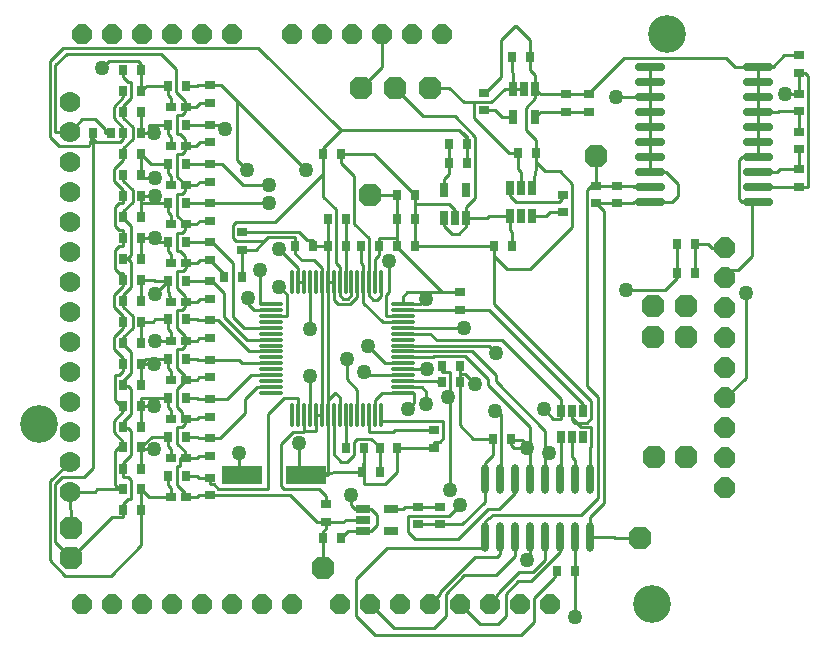
<source format=gtl>
%FSLAX44Y44*%
%MOMM*%
G71*
G01*
G75*
G04 Layer_Physical_Order=1*
G04 Layer_Color=255*
%ADD10R,0.9000X0.7000*%
%ADD11O,0.3000X2.1000*%
%ADD12O,2.1000X0.3000*%
%ADD13R,0.6500X1.0500*%
%ADD14R,0.7000X1.3000*%
%ADD15R,1.3000X0.7000*%
%ADD16O,0.7000X2.5000*%
%ADD17O,2.6000X0.7000*%
%ADD18R,0.7000X0.9000*%
%ADD19R,0.9000X0.7000*%
%ADD20R,3.5052X1.6002*%
%ADD21C,0.2540*%
%ADD22C,1.7780*%
%ADD23P,1.8145X8X202.5*%
%ADD24C,3.2004*%
%ADD25P,2.0895X8X112.5*%
%ADD26P,1.9245X8X202.5*%
%ADD27P,2.0895X8X22.5*%
%ADD28C,1.2700*%
D10*
X458107Y468958D02*
D03*
Y453958D02*
D03*
Y801190D02*
D03*
Y786190D02*
D03*
Y734642D02*
D03*
Y719642D02*
D03*
Y767916D02*
D03*
Y752916D02*
D03*
Y701368D02*
D03*
Y686368D02*
D03*
Y668348D02*
D03*
Y653348D02*
D03*
Y635328D02*
D03*
Y620328D02*
D03*
X669290Y610990D02*
D03*
Y625990D02*
D03*
X956310Y746880D02*
D03*
Y761880D02*
D03*
Y715130D02*
D03*
Y730130D02*
D03*
X485140Y661790D02*
D03*
Y676790D02*
D03*
X556135Y446793D02*
D03*
Y431793D02*
D03*
X458107Y602054D02*
D03*
Y587054D02*
D03*
Y568780D02*
D03*
Y553780D02*
D03*
Y535506D02*
D03*
Y520506D02*
D03*
Y502232D02*
D03*
Y487232D02*
D03*
X647700Y509150D02*
D03*
Y494150D02*
D03*
X633730Y429380D02*
D03*
Y444380D02*
D03*
X652780Y429380D02*
D03*
Y444380D02*
D03*
X784860Y716160D02*
D03*
Y701160D02*
D03*
X689610Y779900D02*
D03*
Y794900D02*
D03*
X802640Y716160D02*
D03*
Y701160D02*
D03*
X956310Y779054D02*
D03*
Y794053D02*
D03*
Y826650D02*
D03*
Y811650D02*
D03*
X756920Y708540D02*
D03*
Y693540D02*
D03*
X778510Y793630D02*
D03*
Y778630D02*
D03*
X759460Y793630D02*
D03*
Y778630D02*
D03*
D11*
X527650Y634320D02*
D03*
X532650D02*
D03*
X537650D02*
D03*
X542650D02*
D03*
X547650D02*
D03*
X552650D02*
D03*
X557650D02*
D03*
X562650D02*
D03*
X567650D02*
D03*
X572650D02*
D03*
X577650D02*
D03*
X582650D02*
D03*
X587650D02*
D03*
X592650D02*
D03*
X597650D02*
D03*
X602650D02*
D03*
Y522320D02*
D03*
X597650D02*
D03*
X592650D02*
D03*
X587650D02*
D03*
X582650D02*
D03*
X577650D02*
D03*
X572650D02*
D03*
X567650D02*
D03*
X562650D02*
D03*
X557650D02*
D03*
X552650D02*
D03*
X547650D02*
D03*
X542650D02*
D03*
X537650D02*
D03*
X532650D02*
D03*
X527650D02*
D03*
D12*
X621150Y615820D02*
D03*
Y610820D02*
D03*
Y605820D02*
D03*
Y600820D02*
D03*
Y595820D02*
D03*
Y590820D02*
D03*
Y585820D02*
D03*
Y580820D02*
D03*
Y575820D02*
D03*
Y570820D02*
D03*
Y565820D02*
D03*
Y560820D02*
D03*
Y555820D02*
D03*
Y550820D02*
D03*
Y545820D02*
D03*
Y540820D02*
D03*
X509150D02*
D03*
Y545820D02*
D03*
Y550820D02*
D03*
Y555820D02*
D03*
Y560820D02*
D03*
Y565820D02*
D03*
Y570820D02*
D03*
Y575820D02*
D03*
Y580820D02*
D03*
Y585820D02*
D03*
Y590820D02*
D03*
Y595820D02*
D03*
Y600820D02*
D03*
Y605820D02*
D03*
Y610820D02*
D03*
Y615820D02*
D03*
D13*
X774040Y525600D02*
D03*
X764540D02*
D03*
X755040D02*
D03*
Y503100D02*
D03*
X764540D02*
D03*
X774040D02*
D03*
D14*
X655980Y688930D02*
D03*
X665480D02*
D03*
X674980D02*
D03*
Y712930D02*
D03*
X655980D02*
D03*
X733400Y798130D02*
D03*
X723900D02*
D03*
X714400D02*
D03*
Y774130D02*
D03*
X733400D02*
D03*
X730860Y714310D02*
D03*
X721360D02*
D03*
X711860D02*
D03*
Y690310D02*
D03*
X721360D02*
D03*
X730860D02*
D03*
D15*
X587440Y442570D02*
D03*
Y433070D02*
D03*
Y423570D02*
D03*
X611440D02*
D03*
Y442570D02*
D03*
D16*
X779780Y467730D02*
D03*
X767080D02*
D03*
X754380D02*
D03*
X741680D02*
D03*
X728980D02*
D03*
X716280D02*
D03*
X703580D02*
D03*
X690880D02*
D03*
X779780Y418730D02*
D03*
X767080D02*
D03*
X754380D02*
D03*
X741680D02*
D03*
X728980D02*
D03*
X716280D02*
D03*
X703580D02*
D03*
X690880D02*
D03*
D17*
X830300Y816610D02*
D03*
Y803910D02*
D03*
Y791210D02*
D03*
Y778510D02*
D03*
Y765810D02*
D03*
Y753110D02*
D03*
Y740410D02*
D03*
Y727710D02*
D03*
Y715010D02*
D03*
Y702310D02*
D03*
X922300Y816610D02*
D03*
Y803910D02*
D03*
Y791210D02*
D03*
Y778510D02*
D03*
Y765810D02*
D03*
Y753110D02*
D03*
Y740410D02*
D03*
Y727710D02*
D03*
Y715010D02*
D03*
Y702310D02*
D03*
D18*
X437192Y800772D02*
D03*
X422192D02*
D03*
X437192Y734644D02*
D03*
X422192D02*
D03*
X437192Y767708D02*
D03*
X422192D02*
D03*
X437192Y701580D02*
D03*
X422192D02*
D03*
X437192Y668516D02*
D03*
X422192D02*
D03*
X437192Y635706D02*
D03*
X422192D02*
D03*
X437192Y602896D02*
D03*
X422192D02*
D03*
X437192Y569832D02*
D03*
X422192D02*
D03*
X437192Y536768D02*
D03*
X422192D02*
D03*
X437192Y503704D02*
D03*
X422192D02*
D03*
X669170Y549910D02*
D03*
X654170D02*
D03*
X669170Y563880D02*
D03*
X654170D02*
D03*
X697350Y501650D02*
D03*
X712350D02*
D03*
X585590Y665480D02*
D03*
X600590D02*
D03*
X868560Y642620D02*
D03*
X853560D02*
D03*
X766960Y389890D02*
D03*
X751960D02*
D03*
X399600Y459108D02*
D03*
X384600D02*
D03*
X399600Y813779D02*
D03*
X384600D02*
D03*
X399600Y742845D02*
D03*
X384600D02*
D03*
X399600Y778312D02*
D03*
X384600D02*
D03*
X399600Y707378D02*
D03*
X384600D02*
D03*
X399600Y671911D02*
D03*
X384600D02*
D03*
X399600Y636697D02*
D03*
X384600D02*
D03*
Y441247D02*
D03*
X399600D02*
D03*
X384600Y796173D02*
D03*
X399600D02*
D03*
X384600Y725238D02*
D03*
X399600D02*
D03*
X384600Y760706D02*
D03*
X399600D02*
D03*
X384600Y689771D02*
D03*
X399600D02*
D03*
X384600Y654304D02*
D03*
X399600D02*
D03*
X384600Y618583D02*
D03*
X399600D02*
D03*
Y600976D02*
D03*
X384600D02*
D03*
X399600Y565509D02*
D03*
X384600D02*
D03*
X399600Y530042D02*
D03*
X384600D02*
D03*
X399600Y494575D02*
D03*
X384600D02*
D03*
Y583116D02*
D03*
X399600D02*
D03*
X384600Y547648D02*
D03*
X399600D02*
D03*
X384600Y512181D02*
D03*
X399600D02*
D03*
X384600Y476714D02*
D03*
X399600D02*
D03*
X529710Y665480D02*
D03*
X544710D02*
D03*
X358768Y760730D02*
D03*
X373768D02*
D03*
X485020Y638810D02*
D03*
X470020D02*
D03*
X553840Y742950D02*
D03*
X568840D02*
D03*
X616070Y688340D02*
D03*
X631070D02*
D03*
X616070Y708660D02*
D03*
X631070D02*
D03*
X601471Y494164D02*
D03*
X616472D02*
D03*
X572890Y494030D02*
D03*
X587890D02*
D03*
X601860Y473710D02*
D03*
X586860D02*
D03*
X616070Y665480D02*
D03*
X631070D02*
D03*
X557650D02*
D03*
X572650D02*
D03*
X868560Y666750D02*
D03*
X853560D02*
D03*
X557650Y688340D02*
D03*
X572650D02*
D03*
X713620Y665480D02*
D03*
X698620D02*
D03*
X568840Y417830D02*
D03*
X553840D02*
D03*
X675520Y751730D02*
D03*
X660520D02*
D03*
X675520Y735220D02*
D03*
X660520D02*
D03*
X718940Y744220D02*
D03*
X733940D02*
D03*
X713860Y825500D02*
D03*
X728860D02*
D03*
X437192Y470641D02*
D03*
X422192D02*
D03*
D19*
X437684Y452497D02*
D03*
X424684D02*
D03*
X437684Y782629D02*
D03*
X424684D02*
D03*
X437684Y716501D02*
D03*
X424684D02*
D03*
X437684Y749565D02*
D03*
X424684D02*
D03*
X437684Y683437D02*
D03*
X424684D02*
D03*
X437684Y650627D02*
D03*
X424684D02*
D03*
X437684Y617817D02*
D03*
X424684D02*
D03*
X437684Y584753D02*
D03*
X424684D02*
D03*
X437684Y551689D02*
D03*
X424684D02*
D03*
X437684Y518625D02*
D03*
X424684D02*
D03*
X437684Y485562D02*
D03*
X424684D02*
D03*
D20*
X538988Y471170D02*
D03*
X484810D02*
D03*
D21*
X784860Y716160D02*
X802640D01*
X784860D02*
Y741680D01*
X802640Y716160D02*
X815848D01*
X816998Y715010D01*
X830300D01*
X437192Y470641D02*
X446786D01*
X448469Y468958D01*
X458107D01*
X674980Y688930D02*
X692658D01*
X694038Y690310D01*
X711860D01*
X713620Y665480D02*
Y676910D01*
X711860Y678670D02*
X713620Y676910D01*
X711860Y678670D02*
Y690310D01*
X956310Y794053D02*
Y811650D01*
X922300Y715010D02*
X939038D01*
X939158Y715130D01*
X956310D01*
X767080Y467730D02*
Y484124D01*
X764540Y486664D02*
X767080Y484124D01*
X764540Y486664D02*
Y503100D01*
X956310Y730130D02*
Y746880D01*
X922300Y727710D02*
X938022D01*
X940442Y730130D01*
X956310D01*
X399600Y441247D02*
Y459108D01*
X424684Y452497D02*
Y460248D01*
X422192Y462740D02*
X424684Y460248D01*
X422192Y462740D02*
Y470641D01*
X399600Y796173D02*
Y813779D01*
X424684Y782629D02*
Y790448D01*
X422192Y792940D02*
X424684Y790448D01*
X422192Y792940D02*
Y800772D01*
X399600Y725238D02*
Y742845D01*
X424684Y716501D02*
Y724154D01*
X422192Y726646D02*
X424684Y724154D01*
X422192Y726646D02*
Y734644D01*
X399600Y760706D02*
Y778312D01*
X424684Y749565D02*
Y757174D01*
X422192Y759666D02*
X424684Y757174D01*
X422192Y759666D02*
Y767708D01*
X399600Y689771D02*
Y701580D01*
X424684Y683437D02*
Y691134D01*
X422192Y693626D02*
X424684Y691134D01*
X422192Y693626D02*
Y701580D01*
X399600Y654304D02*
Y671911D01*
X409194D01*
X412589Y668516D02*
X422192D01*
X424684Y650627D02*
Y658114D01*
X422192Y660606D02*
X424684Y658114D01*
X422192Y660606D02*
Y668516D01*
X399600Y618583D02*
Y636697D01*
X410210D01*
X411201Y635706D01*
X422192D01*
X399600Y583116D02*
Y600976D01*
X409702D01*
X411622Y602896D01*
X422192D01*
X424684Y584753D02*
Y592328D01*
X422192Y594820D02*
X424684Y592328D01*
X422192Y594820D02*
Y602896D01*
X424684Y551689D02*
Y559308D01*
X422192Y561800D02*
X424684Y559308D01*
X422192Y561800D02*
Y569832D01*
X399600Y512181D02*
Y529844D01*
X424684Y518625D02*
Y526288D01*
X422192Y528780D02*
X424684Y526288D01*
X422192Y528780D02*
Y536768D01*
X424684Y485562D02*
Y493268D01*
X422192Y495760D02*
X424684Y493268D01*
X422192Y495760D02*
Y503704D01*
X572890Y494030D02*
Y508000D01*
X572650Y508240D02*
X572890Y508000D01*
X572650Y508240D02*
Y522320D01*
Y665480D02*
Y688340D01*
Y634320D02*
Y665480D01*
X660520Y735220D02*
Y751730D01*
X655980Y712930D02*
Y721614D01*
X660520Y726154D01*
Y735220D01*
X633730Y444380D02*
X652780D01*
X611440Y442570D02*
X621538D01*
X623348Y444380D01*
X633730D01*
X689610Y779900D02*
X699008D01*
X704778Y774130D01*
X714400D01*
X730860Y690310D02*
X742188D01*
X745418Y693540D01*
X756920D01*
X759460Y778630D02*
X778510D01*
X437192Y734644D02*
X447548D01*
X447550Y734642D01*
X458107D01*
X437192Y767708D02*
X447294D01*
X447502Y767916D01*
X458107D01*
X437192Y701580D02*
X447294D01*
X447506Y701368D01*
X458107D01*
X437192Y668516D02*
X447548D01*
X447716Y668348D01*
X458107D01*
X437192Y635706D02*
X447294D01*
X447672Y635328D01*
X458107D01*
X437192Y602896D02*
X447040D01*
X447882Y602054D01*
X458107D01*
X437192Y569832D02*
X447040D01*
X448092Y568780D01*
X458107D01*
X482092D01*
X485052Y565820D01*
X509150D01*
X437192Y536768D02*
X446786D01*
X448048Y535506D01*
X458107D01*
X437192Y503704D02*
X446786D01*
X448258Y502232D01*
X458107D01*
X830300Y791210D02*
Y803910D01*
Y778510D02*
Y791210D01*
Y803910D02*
Y816610D01*
Y765810D02*
Y778510D01*
Y727710D02*
Y740410D01*
Y753110D01*
Y765810D01*
X802640Y701160D02*
X815848D01*
X816998Y702310D01*
X830300D01*
X784860Y701160D02*
X802640D01*
X779780Y418730D02*
X800100D01*
X801000Y417830D01*
X821690D01*
X616070Y688340D02*
Y708660D01*
X593090D02*
X616070D01*
Y670982D02*
Y688340D01*
X669170Y556514D02*
Y563880D01*
X633730Y429380D02*
X652780D01*
X587650Y634320D02*
Y648716D01*
X585590Y650776D02*
X587650Y648716D01*
X585590Y650776D02*
Y665480D01*
X853560Y642620D02*
Y666750D01*
X437192Y800772D02*
X447294D01*
X447712Y801190D01*
X458107D01*
X532650Y634320D02*
X537650D01*
X868560Y642620D02*
Y666750D01*
X879602D01*
X882942Y663410D01*
X894080D01*
X384600Y565509D02*
Y570230D01*
X376682Y578148D02*
X384600Y570230D01*
X376682Y578148D02*
Y588010D01*
X384600Y595928D01*
Y600976D01*
Y605790D01*
X376682Y613708D02*
X384600Y605790D01*
X376682Y613708D02*
Y623570D01*
X384600Y631488D01*
Y636697D01*
X376682Y507282D02*
X384600Y499364D01*
X376682Y507282D02*
Y517144D01*
X384600Y525062D01*
Y530042D01*
X339090Y457200D02*
X360680D01*
X362588Y459108D01*
X340360Y426720D02*
Y441198D01*
X339090Y442468D02*
X340360Y441198D01*
X339090Y442468D02*
Y457200D01*
X384600Y707378D02*
Y712216D01*
X376682Y720134D02*
X384600Y712216D01*
X376682Y720134D02*
Y729996D01*
X384600Y737914D01*
Y742845D01*
X557650Y634320D02*
X562650D01*
X557650Y534670D02*
Y634320D01*
X544710Y665480D02*
X557650D01*
Y688340D01*
X616472Y494164D02*
X631952D01*
X631966Y494150D01*
X647700D01*
X384600Y613664D02*
Y618583D01*
Y613664D02*
X392430Y605834D01*
Y595884D02*
Y605834D01*
X384600Y588054D02*
X392430Y595884D01*
X384600Y583116D02*
Y588054D01*
Y689771D02*
Y694436D01*
X392430Y702266D01*
Y712216D01*
X384600Y720046D02*
X392430Y712216D01*
X384600Y720046D02*
Y725238D01*
Y760706D02*
Y765302D01*
X376682Y773220D02*
X384600Y765302D01*
X376682Y773220D02*
Y783082D01*
X384600Y791000D01*
Y796173D01*
X552650Y522320D02*
Y634320D01*
X547650Y522320D02*
X552650D01*
X675520Y743458D02*
Y751730D01*
X437684Y584753D02*
X446532D01*
X448833Y587054D01*
X458107D01*
X437684Y551689D02*
X446786D01*
X448876Y553780D01*
X458107D01*
X437684Y617817D02*
X446532D01*
X449043Y620328D01*
X458107D01*
X437684Y650627D02*
X446532D01*
X449253Y653348D01*
X458107D01*
X437684Y683437D02*
X446278D01*
X449209Y686368D01*
X458107D01*
X437684Y716501D02*
X446278D01*
X449419Y719642D01*
X458107D01*
X437684Y749565D02*
X446024D01*
X449375Y752916D01*
X458107D01*
X437684Y782629D02*
X446024D01*
X449585Y786190D01*
X458107D01*
X437684Y485562D02*
X447040D01*
X448710Y487232D01*
X458107D01*
X437684Y518625D02*
X446786D01*
X448667Y520506D01*
X458107D01*
X437684Y452497D02*
X447040D01*
X448501Y453958D01*
X458107D01*
X631070Y665480D02*
Y688340D01*
X733940Y744220D02*
Y754888D01*
X725424Y763404D02*
X733940Y754888D01*
X725424Y763404D02*
Y782066D01*
X733400Y790042D01*
Y798130D01*
X759460Y793630D02*
X778510D01*
X733400Y798130D02*
Y809498D01*
X728860Y814038D02*
X733400Y809498D01*
X728860Y814038D02*
Y825500D01*
X553840Y417830D02*
Y423418D01*
X556135Y425713D01*
Y431793D01*
X570992D01*
X572269Y433070D01*
X587440D01*
X553720Y392430D02*
Y404876D01*
X553840Y404996D01*
Y417830D01*
X922300Y765810D02*
Y778510D01*
Y791210D01*
Y778510D02*
X938784D01*
X939328Y779054D01*
X956310D01*
X922300Y753110D02*
Y765810D01*
Y740410D02*
Y753110D01*
Y791210D02*
Y803910D01*
Y816610D01*
X934212D01*
X944252Y826650D01*
X956310D01*
Y761880D02*
Y779054D01*
X766960Y389890D02*
Y404114D01*
X767080Y404234D01*
Y418730D01*
X714400Y798130D02*
X723900D01*
X714400D02*
Y811530D01*
X713860Y812070D02*
X714400Y811530D01*
X713860Y812070D02*
Y825500D01*
X721360Y714310D02*
Y727964D01*
X718940Y730384D02*
X721360Y727964D01*
X718940Y730384D02*
Y744220D01*
X592650Y623248D02*
Y634320D01*
Y623248D02*
X596230Y619668D01*
X599440D01*
X602650Y622878D01*
Y634320D01*
X567650Y623570D02*
Y634320D01*
Y623570D02*
X570698Y620522D01*
X574602D01*
X577650Y623570D01*
Y634320D01*
X547650Y508508D02*
Y522320D01*
X537650Y508508D02*
X547650D01*
X537650D02*
Y522320D01*
X655980Y681990D02*
Y688930D01*
Y681990D02*
X662584Y675386D01*
X668376D01*
X674980Y681990D01*
Y688930D01*
X436626Y650627D02*
X437684D01*
X432562Y660654D02*
X436626Y656590D01*
X430276Y660654D02*
X432562D01*
X430276D02*
Y676402D01*
X434340D01*
X436880Y678942D01*
Y683437D02*
X437684D01*
X432562Y759714D02*
X436626Y755650D01*
X430276Y759714D02*
X432562D01*
X430276D02*
Y775716D01*
X434340D01*
X436880Y778256D01*
Y782629D02*
X437684D01*
X430276Y690845D02*
X437684Y683437D01*
X430276Y690845D02*
Y709422D01*
X434340D01*
X436880Y711962D01*
Y716501D02*
X437684D01*
X436626Y584753D02*
X437684D01*
X434086Y577850D02*
X436626Y580390D01*
X430276Y577850D02*
X434086D01*
X430276Y561848D02*
Y577850D01*
Y561848D02*
X436880Y555244D01*
Y551689D02*
X437684D01*
X430276Y497840D02*
X436626Y491490D01*
X430276Y497840D02*
Y511556D01*
X434340D01*
X436880Y514096D01*
X430276Y723909D02*
X437684Y716501D01*
X430276Y723909D02*
Y742696D01*
X434340D01*
X436880Y745236D01*
Y749565D02*
X437684D01*
X430276Y595630D02*
X436626Y589280D01*
X430276Y595630D02*
Y610870D01*
X434340D01*
X436880Y613410D01*
X430276Y544281D02*
X437684Y551689D01*
X430276Y528828D02*
Y544281D01*
Y528828D02*
X434340Y524764D01*
X430276Y478536D02*
X432562D01*
X430276Y462788D02*
Y478536D01*
Y462788D02*
X436880Y456184D01*
Y452497D02*
X437684D01*
X384600Y778312D02*
Y783336D01*
X391414Y790150D01*
Y804164D01*
X388620D02*
X391414D01*
X384600Y808184D02*
X388620Y804164D01*
X384600Y808184D02*
Y813779D01*
Y671911D02*
Y678434D01*
X381000D02*
X384600D01*
X377698Y681736D02*
X381000Y678434D01*
X377698Y681736D02*
Y698246D01*
X381000Y701548D01*
X384600D01*
Y707378D01*
Y688848D02*
Y689771D01*
Y688848D02*
X391414Y682034D01*
Y657860D02*
Y682034D01*
X388620Y655066D02*
X391414Y657860D01*
X384600Y654304D02*
Y655066D01*
Y618583D02*
Y623824D01*
X391414Y630638D01*
Y651510D01*
X388620Y654304D02*
X391414Y651510D01*
X384600Y654304D02*
X388620D01*
X358768Y755650D02*
X361562Y752856D01*
X381806D01*
X384600Y755650D01*
Y760706D01*
Y742845D02*
Y747776D01*
X392430Y755606D01*
Y765556D01*
X384600Y773386D02*
X392430Y765556D01*
X384600Y773386D02*
Y778312D01*
X339090Y762000D02*
X349504Y772414D01*
X360680D01*
X368808Y764286D01*
Y760730D02*
Y764286D01*
Y760730D02*
X373768D01*
X711860Y707390D02*
Y714310D01*
Y707390D02*
X716940Y702310D01*
X753364D01*
X755904Y704850D01*
Y708540D02*
X756920D01*
X601860Y473710D02*
Y481854D01*
X601471Y482242D02*
X601860Y481854D01*
X601471Y482242D02*
Y494164D01*
X779780Y467730D02*
Y494538D01*
X780560Y495318D01*
Y511810D01*
X772160D02*
X780560D01*
X916432Y702310D02*
X922300D01*
X905002Y645160D02*
X916432Y656590D01*
X894080Y638010D02*
Y645160D01*
X596780Y742950D02*
X631070Y708660D01*
X568840Y742950D02*
X596780D01*
X669170Y513200D02*
Y549910D01*
Y513200D02*
X680720Y501650D01*
X697350D01*
X492760Y555820D02*
X509150D01*
X472446Y535506D02*
X492760Y555820D01*
X458107Y535506D02*
X472446D01*
X728860Y825500D02*
Y839470D01*
X717176Y851154D02*
X728860Y839470D01*
X715772Y851154D02*
X717176D01*
X704088Y839470D02*
X715772Y851154D01*
X704088Y808362D02*
Y839470D01*
X690626Y794900D02*
X704088Y808362D01*
X689610Y794900D02*
X690626D01*
X902462Y816610D02*
X922300D01*
X894588Y824484D02*
X902462Y816610D01*
X808736Y824484D02*
X894588D01*
X778510Y794258D02*
X808736Y824484D01*
X778510Y793630D02*
Y794258D01*
X733940Y735958D02*
Y744220D01*
Y735958D02*
X741680Y728218D01*
X754126D01*
X764794Y717550D01*
Y681482D02*
Y717550D01*
X729234Y645922D02*
X764794Y681482D01*
X709288Y645922D02*
X729234D01*
X698620Y656590D02*
X709288Y645922D01*
X698620Y656590D02*
Y665480D01*
X597650Y634320D02*
Y654258D01*
X600590Y657199D01*
Y665480D01*
X665480Y688930D02*
Y695706D01*
X660400Y700786D02*
X665480Y695706D01*
X631070Y700786D02*
X660400D01*
X631070Y688340D02*
Y700786D01*
Y708660D01*
X557650Y634320D02*
Y665480D01*
X351282Y469392D02*
X358768Y476878D01*
X332740Y469392D02*
X351282D01*
X326898Y463550D02*
X332740Y469392D01*
X326898Y414782D02*
Y463550D01*
Y414782D02*
X340360Y401320D01*
X830300Y702310D02*
X848868D01*
X853948Y707390D01*
Y717550D01*
X843788Y727710D02*
X853948Y717550D01*
X830300Y727710D02*
X843788D01*
X485020Y638810D02*
Y657595D01*
X485140Y657715D01*
Y661790D01*
X458107Y653348D02*
X470020Y641435D01*
Y638810D02*
Y641435D01*
X399600Y707378D02*
Y707390D01*
Y722630D02*
Y725238D01*
X366522Y816102D02*
X372110Y821690D01*
X397060D01*
X399600Y819150D01*
Y813779D02*
Y819150D01*
X429514Y795274D02*
X436880Y787908D01*
X429514Y795274D02*
Y814832D01*
X416560Y827786D02*
X429514Y814832D01*
X336603Y827786D02*
X416560D01*
X326898Y818081D02*
X336603Y827786D01*
X326898Y762000D02*
Y818081D01*
Y762000D02*
X339090D01*
X956310Y715130D02*
X964184D01*
Y808990D01*
X961524Y811650D02*
X964184Y808990D01*
X956310Y811650D02*
X961524D01*
X944626Y794053D02*
X956310D01*
X614680Y798830D02*
X638302Y775208D01*
X664972D01*
X682498Y757682D01*
Y705358D02*
Y757682D01*
X674980Y697840D02*
X682498Y705358D01*
X674980Y688930D02*
Y697840D01*
X908558Y740410D02*
X922300D01*
X906018Y737870D02*
X908558Y740410D01*
X906018Y704850D02*
Y737870D01*
Y704850D02*
X908558Y702310D01*
X562650Y619720D02*
Y634320D01*
Y619720D02*
X566420Y615950D01*
X576580D01*
X582650Y622020D01*
Y634320D01*
X548132Y431793D02*
X556135D01*
X525967Y453958D02*
X548132Y431793D01*
X458107Y453958D02*
X525967D01*
X567650Y634320D02*
Y647700D01*
X564642Y650708D02*
X567650Y647700D01*
X564642Y650708D02*
Y696214D01*
X553840Y707016D02*
X564642Y696214D01*
X384600Y559098D02*
Y565509D01*
X381000Y555498D02*
X384600Y559098D01*
X377698Y555498D02*
X381000D01*
X377698Y534416D02*
Y555498D01*
Y534416D02*
X381000Y531114D01*
X384600Y530042D02*
Y531114D01*
Y582168D02*
Y583116D01*
Y582168D02*
X391414Y575354D01*
Y557276D02*
Y575354D01*
X384600Y550462D02*
X391414Y557276D01*
X384600Y547648D02*
Y550462D01*
Y512181D02*
Y516382D01*
X391414Y523196D01*
Y543814D01*
X388620Y546608D02*
X391414Y543814D01*
X384600Y546608D02*
Y547648D01*
Y636697D02*
Y642112D01*
X377698Y645414D02*
X381000Y642112D01*
X377698Y645414D02*
Y661670D01*
X381000Y664972D01*
X384600D01*
Y671911D01*
X377698Y491490D02*
X381000Y494792D01*
X377698Y462410D02*
Y491490D01*
Y462410D02*
X381000Y459108D01*
X533654Y471170D02*
X538988D01*
X542650Y554588D02*
X542798Y554736D01*
X542650Y522320D02*
Y554588D01*
X529710Y658721D02*
Y665480D01*
Y658721D02*
X535397Y653034D01*
X546046D01*
X552650Y646430D01*
Y634320D02*
Y646430D01*
X587440Y423570D02*
X594512D01*
X599440Y428498D01*
Y437490D01*
X594360Y442570D02*
X599440Y437490D01*
X587440Y442570D02*
X594360D01*
X384600Y476714D02*
Y481330D01*
X391414Y488144D01*
Y508508D01*
X388620Y511302D02*
X391414Y508508D01*
X384600Y511302D02*
Y512181D01*
Y441247D02*
Y446576D01*
X388620Y450596D01*
X391414D01*
Y466852D01*
X388620Y469646D02*
X391414Y466852D01*
X384600Y469646D02*
X388620D01*
X384600D02*
Y476714D01*
X399600Y701580D02*
Y707378D01*
X728980Y401574D02*
Y418730D01*
X726694Y399288D02*
X728980Y401574D01*
X597650Y522320D02*
Y534670D01*
X603800Y540820D01*
X621150D01*
Y550820D02*
X650117D01*
X651026Y549910D01*
X650322D02*
X651026D01*
X621150Y595820D02*
X672592D01*
X602650Y517176D02*
Y522320D01*
X655542Y517176D02*
X655574Y517144D01*
Y502158D02*
Y517144D01*
X652780Y499364D02*
X655574Y502158D01*
X647700Y499364D02*
X652780D01*
X647700Y494150D02*
Y499364D01*
X712350Y500634D02*
Y501650D01*
X764540Y518160D02*
X767080Y515620D01*
X777240D02*
X780796Y519176D01*
Y533721D01*
X698620Y615897D02*
X780796Y533721D01*
X774040Y525600D02*
Y531012D01*
X694062Y610990D02*
X774040Y531012D01*
X669290Y610990D02*
X694062D01*
X621150Y615820D02*
X636140D01*
X640842Y620522D01*
X621150Y610820D02*
X653986D01*
X654156Y610990D01*
X669290D01*
X631070Y665480D02*
X698620D01*
X568840Y735330D02*
Y742950D01*
Y735330D02*
X580136Y724034D01*
Y684022D02*
Y724034D01*
Y684022D02*
X592650Y671508D01*
Y634320D02*
Y671508D01*
X458107Y635328D02*
X459232D01*
X469646Y624914D01*
Y605028D02*
Y624914D01*
Y605028D02*
X488854Y585820D01*
X509150D01*
X458107Y602054D02*
X465002D01*
X491236Y575820D01*
X509150D01*
X458107Y668348D02*
X459740D01*
X477012Y651076D01*
Y605282D02*
Y651076D01*
Y605282D02*
X486474Y595820D01*
X509150D01*
X436880Y617817D02*
X437684D01*
X430276Y629412D02*
X436880Y622808D01*
X430276Y629412D02*
Y643890D01*
X435144D01*
X437684Y646430D01*
Y650627D01*
X601471Y494164D02*
Y495046D01*
X594613Y501904D02*
X601471Y495046D01*
X582676Y501904D02*
X594613D01*
X579882Y499110D02*
X582676Y501904D01*
X579882Y488188D02*
Y499110D01*
X574040Y482346D02*
X579882Y488188D01*
X568960Y482346D02*
X574040D01*
X562650Y488656D02*
X568960Y482346D01*
X562650Y488656D02*
Y522320D01*
X614680Y509150D02*
X647700D01*
X613136Y507606D02*
X614680Y509150D01*
X592650Y507606D02*
X613136D01*
X592650D02*
Y522320D01*
X557650Y534670D02*
X563866Y540886D01*
X563974D01*
X567650Y537210D01*
Y522320D02*
Y537210D01*
X538988Y471170D02*
X557650D01*
X399600Y493522D02*
Y494575D01*
X322326Y465836D02*
X339090Y482600D01*
X322326Y399034D02*
Y465836D01*
Y399034D02*
X335280Y386080D01*
X373692D01*
X399600Y411988D01*
Y441247D01*
X593090Y361950D02*
X613664Y341376D01*
X647192D01*
X657606Y351790D01*
Y370840D01*
X673267Y386501D01*
X700445D01*
X716280Y402336D01*
Y418730D01*
X643890Y361950D02*
X652298Y370358D01*
Y372110D01*
X682016Y401828D01*
X701040D01*
X703580Y404368D01*
Y418730D01*
X690880Y448564D02*
Y467730D01*
X671696Y429380D02*
X690880Y448564D01*
X652780Y429380D02*
X671696D01*
X621150Y540820D02*
X630381D01*
X625301Y527440D02*
X630381Y532520D01*
X577596Y445770D02*
Y454050D01*
Y445770D02*
X580796Y442570D01*
X587440D01*
X712350Y496570D02*
X714890Y494030D01*
X726440D01*
X754380Y467730D02*
Y479880D01*
X755040Y480540D01*
Y503100D01*
Y525600D02*
Y535502D01*
X705271Y585271D02*
X755040Y535502D01*
X649840Y585271D02*
X705271D01*
X644291Y590820D02*
X649840Y585271D01*
X621150Y590820D02*
X644291D01*
X528320Y508000D02*
X537650D01*
X518160Y497840D02*
X528320Y508000D01*
X518160Y461518D02*
Y497840D01*
Y461518D02*
X520700Y458978D01*
X550547D01*
X556135Y453390D01*
Y446793D02*
Y453390D01*
X600590Y665480D02*
Y672132D01*
X614920D01*
X616070Y670982D01*
Y665480D02*
Y670982D01*
Y664092D02*
Y665480D01*
Y664092D02*
X654172Y625990D01*
X458107Y502232D02*
X466090D01*
X487172Y523314D01*
Y535152D01*
X497840Y545820D01*
X509150D01*
X532650Y522320D02*
Y536194D01*
X520446D02*
X532650D01*
X506984Y522732D02*
X520446Y536194D01*
X506984Y459740D02*
Y522732D01*
X464979Y459740D02*
X506984D01*
X460915Y463804D02*
X464979Y459740D01*
X458107Y463804D02*
X460915D01*
X458107D02*
Y468958D01*
X604012Y600820D02*
X621150D01*
X587650Y617182D02*
X604012Y600820D01*
X587650Y617182D02*
Y634320D01*
X607314Y605820D02*
X621150D01*
X607314D02*
Y623824D01*
X609600Y626110D01*
Y652780D01*
X592074Y580136D02*
X606390Y565820D01*
X529710Y665480D02*
Y672306D01*
X507016D02*
X529710D01*
X485140Y661790D02*
X496500D01*
X485140Y676790D02*
X502476D01*
X502532Y676846D01*
X533344D01*
X540308Y669882D01*
X544710Y665480D02*
Y669882D01*
X504000Y669290D02*
X507016Y672306D01*
X479806Y669290D02*
X504000D01*
X477266Y671830D02*
X479806Y669290D01*
X477266Y671830D02*
Y682726D01*
X479781Y685240D01*
X513028D01*
X553840Y726052D01*
X532650Y634320D02*
Y646672D01*
X516636Y662686D02*
X532650Y646672D01*
X480578Y737860D02*
X488950Y729488D01*
X480578Y737860D02*
Y787972D01*
X458107Y801190D02*
X467360D01*
X458107Y701368D02*
X507746D01*
X516636Y630428D02*
X522986Y624078D01*
Y605820D02*
Y624078D01*
X509150Y605820D02*
X522986D01*
X458107Y734642D02*
X467794D01*
X485648Y716788D01*
X507746D01*
X489712Y615950D02*
Y620776D01*
Y615950D02*
X494842Y610820D01*
X509150D01*
X582650Y522320D02*
Y543338D01*
X573564Y552424D02*
X582650Y543338D01*
X573564Y552424D02*
Y569214D01*
X482854Y471170D02*
X484810D01*
X780542Y716160D02*
X784860D01*
X776986Y712604D02*
X780542Y716160D01*
X776986Y546504D02*
Y712604D01*
Y546504D02*
X786551Y536940D01*
Y451866D02*
Y536940D01*
X771819Y437134D02*
X786551Y451866D01*
X697623Y437134D02*
X771819D01*
X690880Y432308D02*
X697623Y437134D01*
X690880Y418730D02*
Y432308D01*
X749166Y383914D02*
X751960Y389890D01*
X732282Y367030D02*
X749166Y383914D01*
X732282Y346710D02*
Y367030D01*
X721360Y335788D02*
X732282Y346710D01*
X597408Y335788D02*
X721360D01*
X581406Y351790D02*
X597408Y335788D01*
X581406Y351790D02*
Y383286D01*
X607822Y409702D01*
X690880D02*
Y418730D01*
X585470Y798830D02*
X603250Y816610D01*
Y844550D01*
X606390Y565820D02*
X621150D01*
X911352Y553682D02*
Y625348D01*
X894080Y536410D02*
X911352Y553682D01*
X700035Y550407D02*
X741680Y508762D01*
X700035Y550407D02*
Y555487D01*
X679331Y576191D02*
X700035Y555487D01*
X640842Y576191D02*
X679331D01*
X640471Y575820D02*
X640842Y576191D01*
X621150Y575820D02*
X640471D01*
X741680Y486156D02*
X745236Y489712D01*
X590482Y555820D02*
X621150D01*
X588264Y558038D02*
X590482Y555820D01*
X659384Y536956D02*
X661162Y538734D01*
X654170Y558546D02*
Y563880D01*
X660654Y436880D02*
X669798Y446024D01*
X625856Y436880D02*
X660654D01*
X625856Y422910D02*
Y436880D01*
Y422910D02*
X631698Y417068D01*
X667512D01*
X693166Y442722D01*
X702818D01*
X716280Y456184D01*
Y467730D01*
X568840Y417830D02*
X574580Y423570D01*
X587440D01*
X621150Y560820D02*
X641870D01*
X399600Y459108D02*
X406210Y452497D01*
X424684D01*
X399600Y796173D02*
X404199Y800772D01*
X422192D01*
X399600Y742845D02*
X407801Y734644D01*
X422192D01*
X399600Y760706D02*
X406602D01*
X410464D01*
X422192Y635254D02*
Y635706D01*
X411480Y624542D02*
X422192Y635254D01*
Y627840D02*
X424684Y617817D01*
X411480Y584753D02*
X424684D01*
X399600Y565509D02*
X403923Y569832D01*
X399600Y530042D02*
Y536768D01*
Y494575D02*
X408729Y503704D01*
X422192D01*
X733400Y774130D02*
X737900Y778630D01*
X759460D01*
X458107Y767916D02*
X467106D01*
X470916Y764106D01*
X499919Y615820D02*
X509150D01*
X801370Y791210D02*
X830300D01*
X784860Y701160D02*
X791091Y694929D01*
Y447373D02*
Y694929D01*
X779780Y436063D02*
X791091Y447373D01*
X779780Y418730D02*
Y436063D01*
X621030Y615820D02*
X621150D01*
X621030Y622180D02*
X624840Y625990D01*
X669170Y549910D02*
Y556514D01*
X673862D01*
X681990Y548386D01*
X690880Y467730D02*
Y481330D01*
X697350Y487800D01*
Y501650D01*
X755040Y518566D02*
Y525600D01*
X748640Y518566D02*
X755040D01*
X740410Y526796D02*
X748640Y518566D01*
X703580Y467730D02*
X704342Y477520D01*
Y522478D01*
X701040Y525780D02*
X704342Y522478D01*
X699262Y525780D02*
X701040D01*
X637058Y545820D02*
X641096Y541782D01*
Y531622D02*
Y541782D01*
X621150Y545820D02*
X637058D01*
X621150Y580820D02*
X645300Y580731D01*
X694095D01*
X700024Y574802D01*
X621150Y570820D02*
X646615D01*
X647446Y571651D01*
X674219D01*
X693166Y552704D01*
Y547624D02*
Y552704D01*
Y547624D02*
X728980Y511810D01*
X853560Y637914D02*
Y642620D01*
X843280Y627634D02*
X853560Y637914D01*
X810006Y627634D02*
X843280D01*
X542650Y595270D02*
X542798Y595122D01*
X542650Y595270D02*
Y634320D01*
X586860Y473710D02*
X587890Y484138D01*
Y494030D01*
X565404Y473710D02*
X586860D01*
X616472D02*
Y494164D01*
X606059Y463298D02*
X616472Y473710D01*
X587890Y463559D02*
X606059Y463298D01*
X384600Y435610D02*
Y441247D01*
X340360Y401320D02*
X374650Y435610D01*
X553840Y742950D02*
Y748030D01*
X569080Y763270D01*
X669036D02*
X675520Y756786D01*
X355600Y749808D02*
X358768Y760730D01*
X330200Y749808D02*
X355600D01*
X322326Y757682D02*
X330200Y749808D01*
X322326Y757682D02*
Y821583D01*
X333609Y832866D01*
X498856D01*
X568452Y763270D01*
X669036D02*
X675520Y758190D01*
X730860Y714310D02*
X733940Y730790D01*
X733400Y798130D02*
X737900Y793630D01*
X759460D01*
X694690Y361950D02*
X703098Y372866D01*
X719614Y389382D01*
X731520D01*
X741680Y399542D01*
Y418730D01*
X669290Y361950D02*
X686308Y344932D01*
X701548D01*
X708406Y351790D01*
Y370840D01*
X718820Y381254D01*
X729813D01*
X754380Y405821D01*
Y418730D01*
X766960Y351416D02*
Y389890D01*
X696152Y786892D02*
X707390Y798130D01*
X660654Y798830D02*
X672592Y786892D01*
X643890Y798830D02*
X660654D01*
X710946Y744220D02*
X718940D01*
X681736Y773430D02*
X710946Y744220D01*
X681736Y773430D02*
Y786892D01*
X696152D01*
X707390Y798130D02*
X714400D01*
X482854Y471170D02*
Y489458D01*
X607822Y409702D02*
X690880D01*
X741680Y467730D02*
Y486156D01*
Y508762D01*
X654170Y558546D02*
X661162D01*
Y458470D02*
Y538734D01*
Y558546D01*
X651026Y549910D02*
X654170D01*
X399600Y722630D02*
X411480D01*
X406602Y760706D02*
Y767708D01*
X422192D01*
X399600Y701580D02*
X422192D01*
X399600Y707390D02*
X411480D01*
X409194Y671911D02*
X411480D01*
X409194D02*
X412589Y668516D01*
X422192Y627840D02*
Y635254D01*
X399600Y547648D02*
Y564896D01*
Y565509D01*
Y564896D02*
X410464D01*
X403923Y569832D02*
X422192D01*
X399600Y529844D02*
Y530042D01*
Y529844D02*
X410464D01*
X399600Y536768D02*
X422192D01*
X399600Y476714D02*
Y493522D01*
X410464D01*
X755904Y704850D02*
Y708540D01*
X499919Y615820D02*
Y645081D01*
X621030Y615820D02*
Y622180D01*
X624840Y625990D02*
X654172D01*
X669290D01*
X712350Y496570D02*
Y500634D01*
X722376D01*
X728980Y494030D02*
Y511810D01*
Y467730D02*
Y494030D01*
X722376Y500634D02*
X728980Y494030D01*
X467360Y801190D02*
X480578Y787972D01*
X539062Y729488D01*
X362588Y459108D02*
X381000D01*
X384600D01*
X381000Y494792D02*
X384600D01*
Y494575D02*
Y494792D01*
Y499364D01*
X381000Y531114D02*
X384600D01*
X381000Y642112D02*
X384600D01*
X538988Y471170D02*
X557650Y472964D01*
X565404Y473710D01*
X533654Y471170D02*
Y498094D01*
X557650Y471170D02*
Y472964D01*
Y522320D01*
X587890Y463559D02*
Y484138D01*
X602650Y517176D02*
X655542D01*
X540308Y669882D02*
X544710D01*
X557650Y522320D02*
Y534670D01*
X374650Y435610D02*
X384600D01*
X358768Y476878D02*
Y755650D01*
Y760730D01*
X384600Y511302D02*
X388620D01*
X384600Y546608D02*
X388620D01*
X384600Y655066D02*
X388620D01*
X537650Y508000D02*
Y508508D01*
X496500Y661790D02*
X504000Y669290D01*
X553840Y707016D02*
Y726052D01*
Y742950D01*
X568452Y763270D02*
X569080D01*
X669036D01*
X675520Y735220D02*
Y743458D01*
Y751730D02*
Y756786D01*
Y758190D01*
X432562Y478536D02*
Y485562D01*
X436880Y452497D02*
Y456184D01*
X436626Y485562D02*
Y491490D01*
X432562Y485562D02*
X436626D01*
X437684D01*
X436880Y514096D02*
Y518625D01*
X434340D02*
Y524764D01*
Y518625D02*
X436880D01*
X437684D01*
X436880Y551689D02*
Y555244D01*
X436626Y580390D02*
Y584753D01*
Y589280D01*
X436880Y613410D02*
Y617817D01*
Y622808D01*
X436626Y650627D02*
Y656590D01*
X436880Y678942D02*
Y683437D01*
Y745236D02*
Y749565D01*
X436626D02*
Y755650D01*
X436880Y711962D02*
Y716501D01*
Y778256D02*
Y782629D01*
Y787908D01*
X436626Y749565D02*
X436880D01*
X630381Y532520D02*
Y540820D01*
X767080Y515620D02*
X768350D01*
X777240D01*
X764540Y519430D02*
X768350Y515620D01*
X772160Y511810D01*
X764540Y518160D02*
Y519430D01*
Y525600D01*
X698620Y615897D02*
Y656590D01*
X894080Y645160D02*
X905002D01*
X916432Y656590D02*
Y702310D01*
X733940Y730790D02*
Y735958D01*
X908558Y702310D02*
X916432D01*
X672592Y786892D02*
X681736D01*
D22*
X339090Y787400D02*
D03*
Y762000D02*
D03*
Y736600D02*
D03*
Y711200D02*
D03*
Y685800D02*
D03*
Y660400D02*
D03*
Y635000D02*
D03*
Y609600D02*
D03*
Y584200D02*
D03*
Y558800D02*
D03*
Y533400D02*
D03*
Y508000D02*
D03*
Y482600D02*
D03*
Y457200D02*
D03*
D23*
X450850Y361950D02*
D03*
X476250Y844550D02*
D03*
X425450Y361950D02*
D03*
X400050D02*
D03*
X374650D02*
D03*
X349250D02*
D03*
X476250D02*
D03*
X501650D02*
D03*
X527050D02*
D03*
X567690D02*
D03*
X593090D02*
D03*
X618490D02*
D03*
X643890D02*
D03*
X669290D02*
D03*
X694690D02*
D03*
X720090D02*
D03*
X745490D02*
D03*
X450850Y844550D02*
D03*
X425450D02*
D03*
X400050D02*
D03*
X374650D02*
D03*
X349250D02*
D03*
X527050D02*
D03*
X552450D02*
D03*
X577850D02*
D03*
X603250D02*
D03*
X628650D02*
D03*
X654050D02*
D03*
D24*
X831850Y361950D02*
D03*
X312850Y514350D02*
D03*
X844550Y844550D02*
D03*
D25*
X861060Y486410D02*
D03*
Y588010D02*
D03*
X833120D02*
D03*
X340360Y401320D02*
D03*
X861060Y614680D02*
D03*
X833120D02*
D03*
X614680Y798830D02*
D03*
D26*
X894080Y460210D02*
D03*
Y485610D02*
D03*
Y511010D02*
D03*
Y536410D02*
D03*
Y561810D02*
D03*
Y587210D02*
D03*
Y612610D02*
D03*
Y638010D02*
D03*
Y663410D02*
D03*
D27*
X833882Y486410D02*
D03*
X593090Y708660D02*
D03*
X784860Y741680D02*
D03*
X340360Y426720D02*
D03*
X553720Y392430D02*
D03*
X821690Y417830D02*
D03*
X585470Y798830D02*
D03*
X643890D02*
D03*
D28*
X411480Y707390D02*
D03*
Y722630D02*
D03*
X366522Y816102D02*
D03*
X533654Y498094D02*
D03*
X542798Y554736D02*
D03*
X410464Y529844D02*
D03*
X726694Y399288D02*
D03*
X672592Y595820D02*
D03*
X640842Y620522D02*
D03*
X410464Y493522D02*
D03*
Y564896D02*
D03*
X625301Y527440D02*
D03*
X944626Y794053D02*
D03*
X577596Y454050D02*
D03*
X726440Y494030D02*
D03*
X609600Y652780D02*
D03*
X516636Y662686D02*
D03*
X488950Y729488D02*
D03*
X507746Y701368D02*
D03*
X516636Y630428D02*
D03*
X507746Y716788D02*
D03*
X489712Y620776D02*
D03*
X573564Y569214D02*
D03*
X482854Y489458D02*
D03*
X592074Y580136D02*
D03*
X911352Y625348D02*
D03*
X745236Y489712D02*
D03*
X588264Y558038D02*
D03*
X659384Y536956D02*
D03*
X661162Y458470D02*
D03*
X669798Y446024D02*
D03*
X641870Y560820D02*
D03*
X410464Y760706D02*
D03*
X411480Y671911D02*
D03*
Y624542D02*
D03*
Y584753D02*
D03*
X470916Y764106D02*
D03*
X499919Y645081D02*
D03*
X801370Y791210D02*
D03*
X681990Y548386D02*
D03*
X740410Y526796D02*
D03*
X699262Y525780D02*
D03*
X641096Y531622D02*
D03*
X700024Y574802D02*
D03*
X810006Y627634D02*
D03*
X542798Y595122D02*
D03*
X539062Y729488D02*
D03*
X766960Y351416D02*
D03*
M02*

</source>
